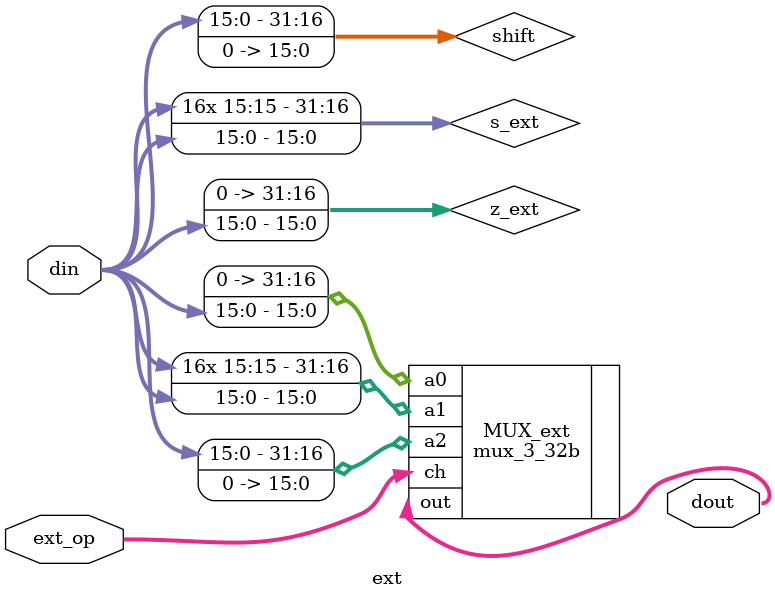
<source format=v>
module ext ( din , ext_op , dout ); // cpu i
    input  [15:0] din     ;     // input data 
    input  [1:0]  ext_op  ;     // ext_op to control the extension  
    output [31:0] dout    ;     // result data output
    wire   [31:0] dout    ;
                                                   
    wire    [31:0] z_ext , s_ext , shift ;
    assign    z_ext = {16'b0,din} ;
    assign    s_ext = {{16{din[15]}}, din}  ;
    assign    shift = {din,16'b0} ;
    
    mux_3_32b MUX_ext(.a0(z_ext) , .a1(s_ext) , .a2(shift) , .ch(ext_op) , .out(dout));
    
endmodule
</source>
